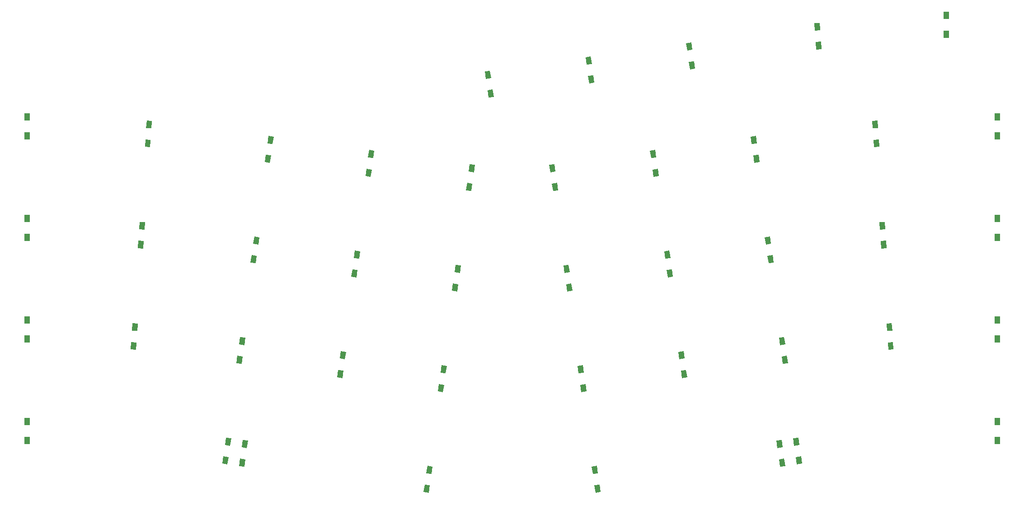
<source format=gbr>
G04 #@! TF.GenerationSoftware,KiCad,Pcbnew,(5.1.4)-1*
G04 #@! TF.CreationDate,2021-09-16T19:48:28-10:00*
G04 #@! TF.ProjectId,_autosave-oya38split,5f617574-6f73-4617-9665-2d6f79613338,rev?*
G04 #@! TF.SameCoordinates,Original*
G04 #@! TF.FileFunction,Paste,Top*
G04 #@! TF.FilePolarity,Positive*
%FSLAX46Y46*%
G04 Gerber Fmt 4.6, Leading zero omitted, Abs format (unit mm)*
G04 Created by KiCad (PCBNEW (5.1.4)-1) date 2021-09-16 19:48:28*
%MOMM*%
%LPD*%
G04 APERTURE LIST*
%ADD10R,1.000000X1.400000*%
%ADD11C,1.000000*%
%ADD12C,0.100000*%
G04 APERTURE END LIST*
D10*
X237331250Y-39875000D03*
X237331250Y-36325000D03*
D11*
X213408634Y-41975358D03*
D12*
G36*
X213956246Y-42638775D02*
G01*
X212958682Y-42708531D01*
X212861022Y-41311941D01*
X213858586Y-41242185D01*
X213956246Y-42638775D01*
X213956246Y-42638775D01*
G37*
D11*
X213160998Y-38434006D03*
D12*
G36*
X213708610Y-39097423D02*
G01*
X212711046Y-39167179D01*
X212613386Y-37770589D01*
X213610950Y-37700833D01*
X213708610Y-39097423D01*
X213708610Y-39097423D01*
G37*
D11*
X189659714Y-45656522D03*
D12*
G36*
X190252269Y-46280123D02*
G01*
X189262001Y-46419296D01*
X189067159Y-45032921D01*
X190057427Y-44893748D01*
X190252269Y-46280123D01*
X190252269Y-46280123D01*
G37*
D11*
X189165650Y-42141070D03*
D12*
G36*
X189758205Y-42764671D02*
G01*
X188767937Y-42903844D01*
X188573095Y-41517469D01*
X189563363Y-41378296D01*
X189758205Y-42764671D01*
X189758205Y-42764671D01*
G37*
D10*
X65087500Y-116075000D03*
X65087500Y-112525000D03*
D11*
X140470021Y-121576369D03*
D12*
G36*
X140867734Y-122339143D02*
G01*
X139877466Y-122199970D01*
X140072308Y-120813595D01*
X141062576Y-120952768D01*
X140867734Y-122339143D01*
X140867734Y-122339143D01*
G37*
D11*
X139975957Y-125091821D03*
D12*
G36*
X140373670Y-125854595D02*
G01*
X139383402Y-125715422D01*
X139578244Y-124329047D01*
X140568512Y-124468220D01*
X140373670Y-125854595D01*
X140373670Y-125854595D01*
G37*
D11*
X226897014Y-98321713D03*
D12*
G36*
X227444626Y-98985130D02*
G01*
X226447062Y-99054886D01*
X226349402Y-97658296D01*
X227346966Y-97588540D01*
X227444626Y-98985130D01*
X227444626Y-98985130D01*
G37*
D11*
X226649378Y-94780361D03*
D12*
G36*
X227196990Y-95443778D02*
G01*
X226199426Y-95513534D01*
X226101766Y-94116944D01*
X227099330Y-94047188D01*
X227196990Y-95443778D01*
X227196990Y-95443778D01*
G37*
D11*
X171473729Y-121576369D03*
D12*
G36*
X172066284Y-122199970D02*
G01*
X171076016Y-122339143D01*
X170881174Y-120952768D01*
X171871442Y-120813595D01*
X172066284Y-122199970D01*
X172066284Y-122199970D01*
G37*
D11*
X171967793Y-125091821D03*
D12*
G36*
X172560348Y-125715422D02*
G01*
X171570080Y-125854595D01*
X171375238Y-124468220D01*
X172365506Y-124329047D01*
X172560348Y-125715422D01*
X172560348Y-125715422D01*
G37*
D11*
X170795107Y-48307770D03*
D12*
G36*
X171387662Y-48931371D02*
G01*
X170397394Y-49070544D01*
X170202552Y-47684169D01*
X171192820Y-47544996D01*
X171387662Y-48931371D01*
X171387662Y-48931371D01*
G37*
D11*
X170301043Y-44792318D03*
D12*
G36*
X170893598Y-45415919D02*
G01*
X169903330Y-45555092D01*
X169708488Y-44168717D01*
X170698756Y-44029544D01*
X170893598Y-45415919D01*
X170893598Y-45415919D01*
G37*
D10*
X246856250Y-97025000D03*
X246856250Y-93475000D03*
D11*
X188181153Y-103575966D03*
D12*
G36*
X188773708Y-104199567D02*
G01*
X187783440Y-104338740D01*
X187588598Y-102952365D01*
X188578866Y-102813192D01*
X188773708Y-104199567D01*
X188773708Y-104199567D01*
G37*
D11*
X187687089Y-100060514D03*
D12*
G36*
X188279644Y-100684115D02*
G01*
X187289376Y-100823288D01*
X187094534Y-99436913D01*
X188084802Y-99297740D01*
X188279644Y-100684115D01*
X188279644Y-100684115D01*
G37*
D11*
X143121267Y-102711761D03*
D12*
G36*
X143518980Y-103474535D02*
G01*
X142528712Y-103335362D01*
X142723554Y-101948987D01*
X143713822Y-102088160D01*
X143518980Y-103474535D01*
X143518980Y-103474535D01*
G37*
D11*
X142627203Y-106227213D03*
D12*
G36*
X143024916Y-106989987D02*
G01*
X142034648Y-106850814D01*
X142229490Y-105464439D01*
X143219758Y-105603612D01*
X143024916Y-106989987D01*
X143024916Y-106989987D01*
G37*
D11*
X206552906Y-120231200D03*
D12*
G36*
X207145461Y-120854801D02*
G01*
X206155193Y-120993974D01*
X205960351Y-119607599D01*
X206950619Y-119468426D01*
X207145461Y-120854801D01*
X207145461Y-120854801D01*
G37*
D11*
X206058842Y-116715748D03*
D12*
G36*
X206651397Y-117339349D02*
G01*
X205661129Y-117478522D01*
X205466287Y-116092147D01*
X206456555Y-115952974D01*
X206651397Y-117339349D01*
X206651397Y-117339349D01*
G37*
D11*
X105390844Y-120231200D03*
D12*
G36*
X105788557Y-120993974D02*
G01*
X104798289Y-120854801D01*
X104993131Y-119468426D01*
X105983399Y-119607599D01*
X105788557Y-120993974D01*
X105788557Y-120993974D01*
G37*
D11*
X105884908Y-116715748D03*
D12*
G36*
X106282621Y-117478522D02*
G01*
X105292353Y-117339349D01*
X105487195Y-115952974D01*
X106477463Y-116092147D01*
X106282621Y-117478522D01*
X106282621Y-117478522D01*
G37*
D11*
X124256661Y-100060514D03*
D12*
G36*
X124654374Y-100823288D02*
G01*
X123664106Y-100684115D01*
X123858948Y-99297740D01*
X124849216Y-99436913D01*
X124654374Y-100823288D01*
X124654374Y-100823288D01*
G37*
D11*
X123762597Y-103575966D03*
D12*
G36*
X124160310Y-104338740D02*
G01*
X123170042Y-104199567D01*
X123364884Y-102813192D01*
X124355152Y-102952365D01*
X124160310Y-104338740D01*
X124160310Y-104338740D01*
G37*
D10*
X246856250Y-116075000D03*
X246856250Y-112525000D03*
D11*
X104897990Y-100924719D03*
D12*
G36*
X105295703Y-101687493D02*
G01*
X104305435Y-101548320D01*
X104500277Y-100161945D01*
X105490545Y-100301118D01*
X105295703Y-101687493D01*
X105295703Y-101687493D01*
G37*
D11*
X105392054Y-97409267D03*
D12*
G36*
X105789767Y-98172041D02*
G01*
X104799499Y-98032868D01*
X104994341Y-96646493D01*
X105984609Y-96785666D01*
X105789767Y-98172041D01*
X105789767Y-98172041D01*
G37*
D11*
X207045760Y-100924719D03*
D12*
G36*
X207638315Y-101548320D02*
G01*
X206648047Y-101687493D01*
X206453205Y-100301118D01*
X207443473Y-100161945D01*
X207638315Y-101548320D01*
X207638315Y-101548320D01*
G37*
D11*
X206551696Y-97409267D03*
D12*
G36*
X207144251Y-98032868D02*
G01*
X206153983Y-98172041D01*
X205959141Y-96785666D01*
X206949409Y-96646493D01*
X207144251Y-98032868D01*
X207144251Y-98032868D01*
G37*
D11*
X169316547Y-106227213D03*
D12*
G36*
X169909102Y-106850814D02*
G01*
X168918834Y-106989987D01*
X168723992Y-105603612D01*
X169714260Y-105464439D01*
X169909102Y-106850814D01*
X169909102Y-106850814D01*
G37*
D11*
X168822483Y-102711761D03*
D12*
G36*
X169415038Y-103335362D02*
G01*
X168424770Y-103474535D01*
X168229928Y-102088160D01*
X169220196Y-101948987D01*
X169415038Y-103335362D01*
X169415038Y-103335362D01*
G37*
D11*
X151930500Y-50959018D03*
D12*
G36*
X152523055Y-51582619D02*
G01*
X151532787Y-51721792D01*
X151337945Y-50335417D01*
X152328213Y-50196244D01*
X152523055Y-51582619D01*
X152523055Y-51582619D01*
G37*
D11*
X151436436Y-47443566D03*
D12*
G36*
X152028991Y-48067167D02*
G01*
X151038723Y-48206340D01*
X150843881Y-46819965D01*
X151834149Y-46680792D01*
X152028991Y-48067167D01*
X152028991Y-48067167D01*
G37*
D11*
X209697008Y-119789325D03*
D12*
G36*
X210289563Y-120412926D02*
G01*
X209299295Y-120552099D01*
X209104453Y-119165724D01*
X210094721Y-119026551D01*
X210289563Y-120412926D01*
X210289563Y-120412926D01*
G37*
D11*
X209202944Y-116273873D03*
D12*
G36*
X209795499Y-116897474D02*
G01*
X208805231Y-117036647D01*
X208610389Y-115650272D01*
X209600657Y-115511099D01*
X209795499Y-116897474D01*
X209795499Y-116897474D01*
G37*
D11*
X102246742Y-119789325D03*
D12*
G36*
X102644455Y-120552099D02*
G01*
X101654187Y-120412926D01*
X101849029Y-119026551D01*
X102839297Y-119165724D01*
X102644455Y-120552099D01*
X102644455Y-120552099D01*
G37*
D11*
X102740806Y-116273873D03*
D12*
G36*
X103138519Y-117036647D02*
G01*
X102148251Y-116897474D01*
X102343093Y-115511099D01*
X103333361Y-115650272D01*
X103138519Y-117036647D01*
X103138519Y-117036647D01*
G37*
D11*
X129065092Y-65846752D03*
D12*
G36*
X129462805Y-66609526D02*
G01*
X128472537Y-66470353D01*
X128667379Y-65083978D01*
X129657647Y-65223151D01*
X129462805Y-66609526D01*
X129462805Y-66609526D01*
G37*
D11*
X129559156Y-62331300D03*
D12*
G36*
X129956869Y-63094074D02*
G01*
X128966601Y-62954901D01*
X129161443Y-61568526D01*
X130151711Y-61707699D01*
X129956869Y-63094074D01*
X129956869Y-63094074D01*
G37*
D11*
X87952093Y-56773171D03*
D12*
G36*
X88402045Y-57506344D02*
G01*
X87404481Y-57436588D01*
X87502141Y-56039998D01*
X88499705Y-56109754D01*
X88402045Y-57506344D01*
X88402045Y-57506344D01*
G37*
D11*
X87704457Y-60314523D03*
D12*
G36*
X88154409Y-61047696D02*
G01*
X87156845Y-60977940D01*
X87254505Y-59581350D01*
X88252069Y-59651106D01*
X88154409Y-61047696D01*
X88154409Y-61047696D01*
G37*
D11*
X110200486Y-63195504D03*
D12*
G36*
X110598199Y-63958278D02*
G01*
X109607931Y-63819105D01*
X109802773Y-62432730D01*
X110793041Y-62571903D01*
X110598199Y-63958278D01*
X110598199Y-63958278D01*
G37*
D11*
X110694550Y-59680052D03*
D12*
G36*
X111092263Y-60442826D02*
G01*
X110101995Y-60303653D01*
X110296837Y-58917278D01*
X111287105Y-59056451D01*
X111092263Y-60442826D01*
X111092263Y-60442826D01*
G37*
D10*
X65087500Y-55375000D03*
X65087500Y-58925000D03*
D11*
X224239293Y-60314523D03*
D12*
G36*
X224786905Y-60977940D02*
G01*
X223789341Y-61047696D01*
X223691681Y-59651106D01*
X224689245Y-59581350D01*
X224786905Y-60977940D01*
X224786905Y-60977940D01*
G37*
D11*
X223991657Y-56773171D03*
D12*
G36*
X224539269Y-57436588D02*
G01*
X223541705Y-57506344D01*
X223444045Y-56109754D01*
X224441609Y-56039998D01*
X224539269Y-57436588D01*
X224539269Y-57436588D01*
G37*
D11*
X185529905Y-84711359D03*
D12*
G36*
X186122460Y-85334960D02*
G01*
X185132192Y-85474133D01*
X184937350Y-84087758D01*
X185927618Y-83948585D01*
X186122460Y-85334960D01*
X186122460Y-85334960D01*
G37*
D11*
X185035841Y-81195907D03*
D12*
G36*
X185628396Y-81819508D02*
G01*
X184638128Y-81958681D01*
X184443286Y-80572306D01*
X185433554Y-80433133D01*
X185628396Y-81819508D01*
X185628396Y-81819508D01*
G37*
D11*
X86375597Y-79318118D03*
D12*
G36*
X86825549Y-80051291D02*
G01*
X85827985Y-79981535D01*
X85925645Y-78584945D01*
X86923209Y-78654701D01*
X86825549Y-80051291D01*
X86825549Y-80051291D01*
G37*
D11*
X86623233Y-75776766D03*
D12*
G36*
X87073185Y-76509939D02*
G01*
X86075621Y-76440183D01*
X86173281Y-75043593D01*
X87170845Y-75113349D01*
X87073185Y-76509939D01*
X87073185Y-76509939D01*
G37*
D11*
X85046736Y-98321713D03*
D12*
G36*
X85496688Y-99054886D02*
G01*
X84499124Y-98985130D01*
X84596784Y-97588540D01*
X85594348Y-97658296D01*
X85496688Y-99054886D01*
X85496688Y-99054886D01*
G37*
D11*
X85294372Y-94780361D03*
D12*
G36*
X85744324Y-95513534D02*
G01*
X84746760Y-95443778D01*
X84844420Y-94047188D01*
X85841984Y-94116944D01*
X85744324Y-95513534D01*
X85744324Y-95513534D01*
G37*
D10*
X65087500Y-97025000D03*
X65087500Y-93475000D03*
D11*
X225568153Y-79318118D03*
D12*
G36*
X226115765Y-79981535D02*
G01*
X225118201Y-80051291D01*
X225020541Y-78654701D01*
X226018105Y-78584945D01*
X226115765Y-79981535D01*
X226115765Y-79981535D01*
G37*
D11*
X225320517Y-75776766D03*
D12*
G36*
X225868129Y-76440183D02*
G01*
X224870565Y-76509939D01*
X224772905Y-75113349D01*
X225770469Y-75043593D01*
X225868129Y-76440183D01*
X225868129Y-76440183D01*
G37*
D11*
X166665299Y-87362606D03*
D12*
G36*
X167257854Y-87986207D02*
G01*
X166267586Y-88125380D01*
X166072744Y-86739005D01*
X167063012Y-86599832D01*
X167257854Y-87986207D01*
X167257854Y-87986207D01*
G37*
D11*
X166171235Y-83847154D03*
D12*
G36*
X166763790Y-84470755D02*
G01*
X165773522Y-84609928D01*
X165578680Y-83223553D01*
X166568948Y-83084380D01*
X166763790Y-84470755D01*
X166763790Y-84470755D01*
G37*
D10*
X65087500Y-77975000D03*
X65087500Y-74425000D03*
X246856250Y-58925000D03*
X246856250Y-55375000D03*
D11*
X145278451Y-87362606D03*
D12*
G36*
X145676164Y-88125380D02*
G01*
X144685896Y-87986207D01*
X144880738Y-86599832D01*
X145871006Y-86739005D01*
X145676164Y-88125380D01*
X145676164Y-88125380D01*
G37*
D11*
X145772515Y-83847154D03*
D12*
G36*
X146170228Y-84609928D02*
G01*
X145179960Y-84470755D01*
X145374802Y-83084380D01*
X146365070Y-83223553D01*
X146170228Y-84609928D01*
X146170228Y-84609928D01*
G37*
D11*
X201743264Y-63195504D03*
D12*
G36*
X202335819Y-63819105D02*
G01*
X201345551Y-63958278D01*
X201150709Y-62571903D01*
X202140977Y-62432730D01*
X202335819Y-63819105D01*
X202335819Y-63819105D01*
G37*
D11*
X201249200Y-59680052D03*
D12*
G36*
X201841755Y-60303653D02*
G01*
X200851487Y-60442826D01*
X200656645Y-59056451D01*
X201646913Y-58917278D01*
X201841755Y-60303653D01*
X201841755Y-60303653D01*
G37*
D11*
X126413845Y-84711359D03*
D12*
G36*
X126811558Y-85474133D02*
G01*
X125821290Y-85334960D01*
X126016132Y-83948585D01*
X127006400Y-84087758D01*
X126811558Y-85474133D01*
X126811558Y-85474133D01*
G37*
D11*
X126907909Y-81195907D03*
D12*
G36*
X127305622Y-81958681D02*
G01*
X126315354Y-81819508D01*
X126510196Y-80433133D01*
X127500464Y-80572306D01*
X127305622Y-81958681D01*
X127305622Y-81958681D01*
G37*
D10*
X246856250Y-77975000D03*
X246856250Y-74425000D03*
D11*
X204394512Y-82060112D03*
D12*
G36*
X204987067Y-82683713D02*
G01*
X203996799Y-82822886D01*
X203801957Y-81436511D01*
X204792225Y-81297338D01*
X204987067Y-82683713D01*
X204987067Y-82683713D01*
G37*
D11*
X203900448Y-78544660D03*
D12*
G36*
X204493003Y-79168261D02*
G01*
X203502735Y-79307434D01*
X203307893Y-77921059D01*
X204298161Y-77781886D01*
X204493003Y-79168261D01*
X204493003Y-79168261D01*
G37*
D11*
X182878658Y-65846752D03*
D12*
G36*
X183471213Y-66470353D02*
G01*
X182480945Y-66609526D01*
X182286103Y-65223151D01*
X183276371Y-65083978D01*
X183471213Y-66470353D01*
X183471213Y-66470353D01*
G37*
D11*
X182384594Y-62331300D03*
D12*
G36*
X182977149Y-62954901D02*
G01*
X181986881Y-63094074D01*
X181792039Y-61707699D01*
X182782307Y-61568526D01*
X182977149Y-62954901D01*
X182977149Y-62954901D01*
G37*
D11*
X107549238Y-82060112D03*
D12*
G36*
X107946951Y-82822886D02*
G01*
X106956683Y-82683713D01*
X107151525Y-81297338D01*
X108141793Y-81436511D01*
X107946951Y-82822886D01*
X107946951Y-82822886D01*
G37*
D11*
X108043302Y-78544660D03*
D12*
G36*
X108441015Y-79307434D02*
G01*
X107450747Y-79168261D01*
X107645589Y-77781886D01*
X108635857Y-77921059D01*
X108441015Y-79307434D01*
X108441015Y-79307434D01*
G37*
D11*
X164014051Y-68498000D03*
D12*
G36*
X164606606Y-69121601D02*
G01*
X163616338Y-69260774D01*
X163421496Y-67874399D01*
X164411764Y-67735226D01*
X164606606Y-69121601D01*
X164606606Y-69121601D01*
G37*
D11*
X163519987Y-64982548D03*
D12*
G36*
X164112542Y-65606149D02*
G01*
X163122274Y-65745322D01*
X162927432Y-64358947D01*
X163917700Y-64219774D01*
X164112542Y-65606149D01*
X164112542Y-65606149D01*
G37*
D11*
X147929699Y-68498000D03*
D12*
G36*
X148327412Y-69260774D02*
G01*
X147337144Y-69121601D01*
X147531986Y-67735226D01*
X148522254Y-67874399D01*
X148327412Y-69260774D01*
X148327412Y-69260774D01*
G37*
D11*
X148423763Y-64982548D03*
D12*
G36*
X148821476Y-65745322D02*
G01*
X147831208Y-65606149D01*
X148026050Y-64219774D01*
X149016318Y-64358947D01*
X148821476Y-65745322D01*
X148821476Y-65745322D01*
G37*
M02*

</source>
